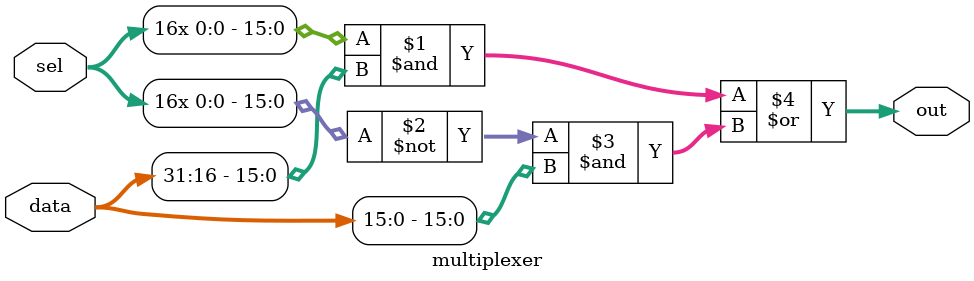
<source format=v>
module 	top_module(
    input 	[31:0]	a,
    input 	[31:0] 	b,
    output 	[31:0] 	sum
);

    wire	vcc	=	1'b1;
    wire 	gnd	=	1'b0;
    wire 	sel;
    wire	[15:0]	sum0;
    wire    [15:0]  sum1;

    //Áù°ÙÁùÊ®Áù£¬¾­µä´íÎóÖ®[16:0]V.S.[15:0]£¬°ÙË¼²»µÃÆä½â½á¹û×îºó¾ÓÈ»ÊÇÕâÀï´íÁË
    
    add16		add1(	.a(a[15:0]),	.b(b[15:0]),	.cin(gnd),	.sum(sum[15:0]),	.cout(sel)	);
    add16		add2(	.a(a[31:16]),	.b(b[31:16]),	.cin(gnd),	.sum(sum0),			.cout()		);
    add16		add3(	.a(a[31:16]),	.b(b[31:16]),	.cin(vcc),	.sum(sum1),			.cout()		);
    multiplexer	plx	(	.sel(sel),		.data({sum1,sum0}),			.out(sum[31:16]));
    
endmodule


module 	multiplexer(
    input 	sel,
    input 	[31:0]data,
    output	[15:0]out
);
    
    assign	out	=	{16{sel}}	&	data[31:16]	|
        			~{16{sel}}	&	data[15:0];
    
endmodule

//If compile fails, check whether an unpaired { ( [ exists, wether a lackage of \; exists, or wether u'r using a Chinese \£¬ etc. .
//If compile succeeds, but the simulation outcome doesn't match the answer, check: 1.LOGIC; 2.BIT WIDTH; 3.SEQUENCE; 4. I forgot.


</source>
